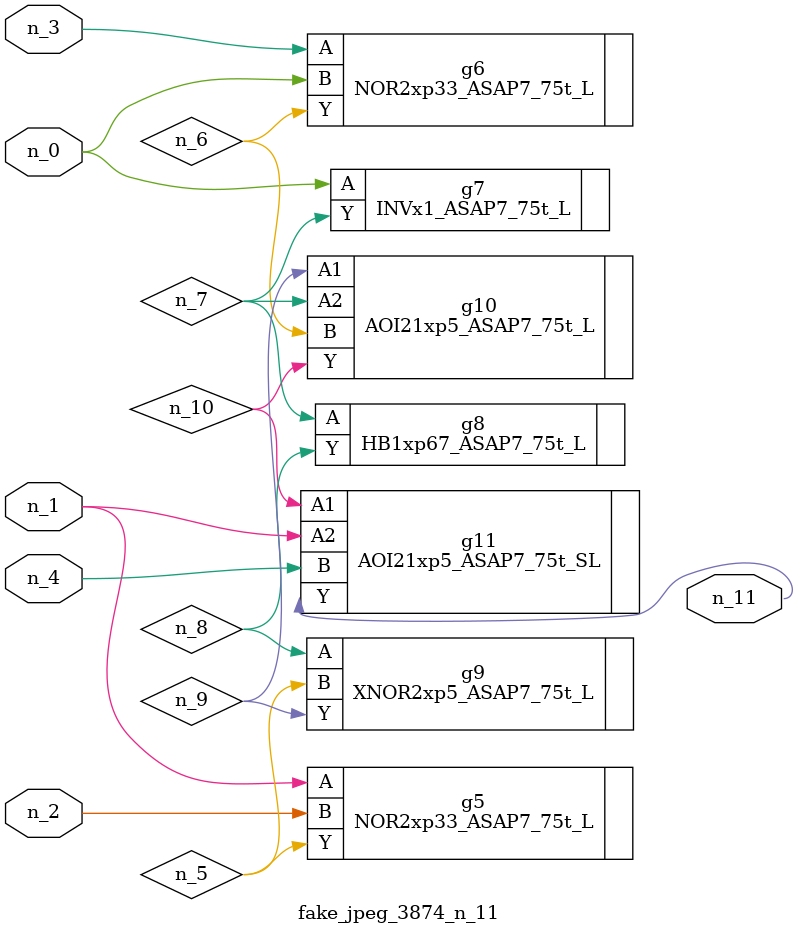
<source format=v>
module fake_jpeg_3874_n_11 (n_3, n_2, n_1, n_0, n_4, n_11);

input n_3;
input n_2;
input n_1;
input n_0;
input n_4;

output n_11;

wire n_10;
wire n_8;
wire n_9;
wire n_6;
wire n_5;
wire n_7;

NOR2xp33_ASAP7_75t_L g5 ( 
.A(n_1),
.B(n_2),
.Y(n_5)
);

NOR2xp33_ASAP7_75t_L g6 ( 
.A(n_3),
.B(n_0),
.Y(n_6)
);

INVx1_ASAP7_75t_L g7 ( 
.A(n_0),
.Y(n_7)
);

HB1xp67_ASAP7_75t_L g8 ( 
.A(n_7),
.Y(n_8)
);

XNOR2xp5_ASAP7_75t_L g9 ( 
.A(n_8),
.B(n_5),
.Y(n_9)
);

AOI21xp5_ASAP7_75t_L g10 ( 
.A1(n_9),
.A2(n_7),
.B(n_6),
.Y(n_10)
);

AOI21xp5_ASAP7_75t_SL g11 ( 
.A1(n_10),
.A2(n_1),
.B(n_4),
.Y(n_11)
);


endmodule
</source>
